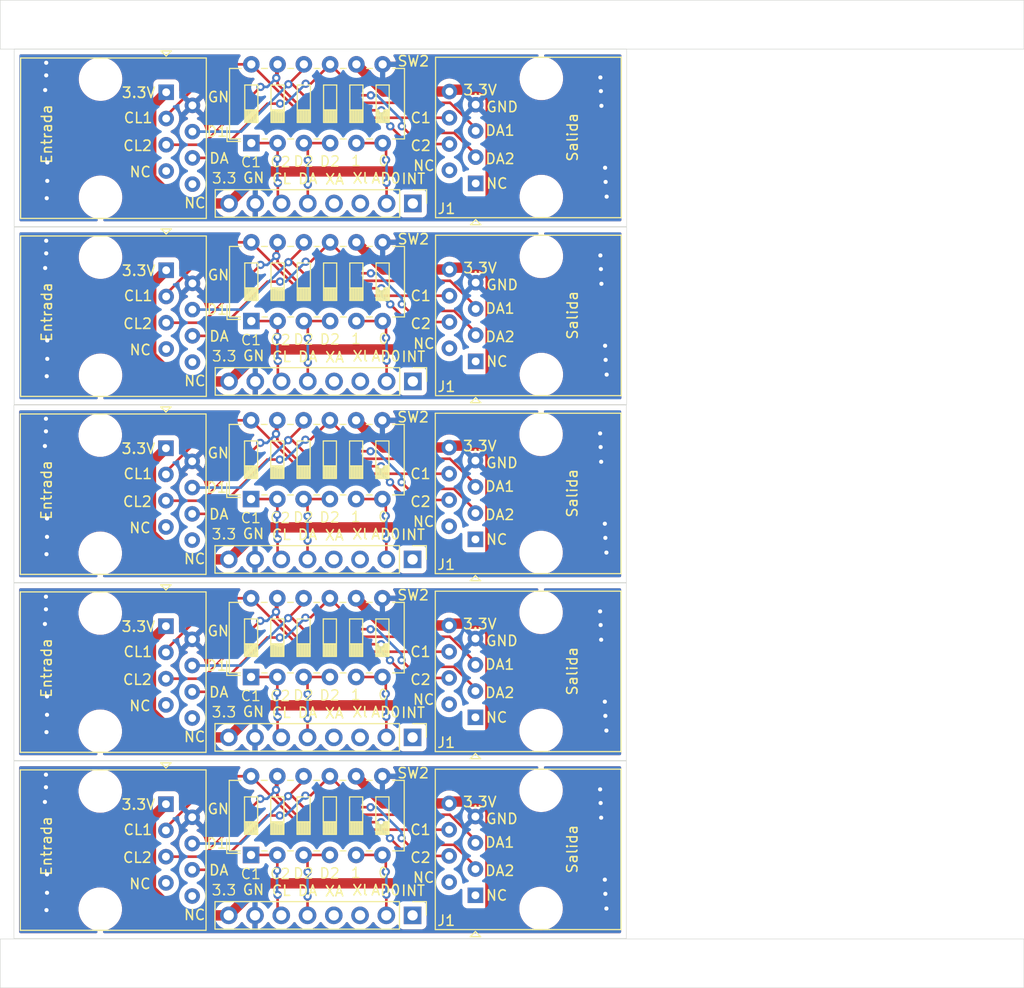
<source format=kicad_pcb>
(kicad_pcb (version 20211014) (generator pcbnew)
  (layers (0 "F.Cu" signal) (31 "B.Cu" signal) (34 "B.Paste" user) (35 "F.Paste" user) (36 "B.SilkS" user "B.Silkscreen") (37 "F.SilkS" user "F.Silkscreen") (38 "B.Mask" user) (39 "F.Mask" user) (44 "Edge.Cuts" user))
  (net 0 "")
  (net 1 "+3V3")
  (net 2 "GND")
  (net 3 "Net-(Entrada1-Pad3)")
  (net 4 "Net-(Entrada1-Pad4)")
  (net 5 "Net-(Entrada1-Pad5)")
  (net 6 "Net-(Entrada1-Pad6)")
  (net 10 "Net-(J1-Pad2)")
  (net 13 "Net-(J1-Pad5)")
  (net 14 "Net-(J1-Pad6)")
  (footprint "Button_Switch_THT:SW_DIP_SPSTx06_Slide_6.7x16.8mm_W7.62mm_P2.54mm_LowProfile" (layer "F.Cu") (at 84.5566 102.9208 90)
    (fp_text reference "SW2")
    (fp_text value "SW_DIP_x06")
  )
  (footprint "Connector_PinHeader_2.54mm:PinHeader_1x08_P2.54mm_Vertical" (layer "F.Cu") (at 100.202957 74.3204 -90)
    (fp_text reference "J1")
    (fp_text value "Conn_01x08_Female")
  )
  (footprint "Connector_RJ:RJ45_Amphenol_54602-x08_Horizontal" (layer "F.Cu") (at 76.3216 80.783283 -90)
    (fp_text reference "Entrada")
    (fp_text value "RJ45")
  )
  (footprint "Button_Switch_THT:SW_DIP_SPSTx06_Slide_6.7x16.8mm_W7.62mm_P2.54mm_LowProfile" (layer "F.Cu") (at 84.581957 68.4784 90)
    (fp_text reference "SW2")
    (fp_text value "SW_DIP_x06")
  )
  (footprint "Button_Switch_THT:SW_DIP_SPSTx06_Slide_6.7x16.8mm_W7.62mm_P2.54mm_LowProfile" (layer "F.Cu") (at 84.5566 120.142 90)
    (fp_text reference "SW2")
    (fp_text value "SW_DIP_x06")
  )
  (footprint "Connector_RJ:RJ45_Amphenol_54602-x08_Horizontal" (layer "F.Cu") (at 106.2536 89.602283 90)
    (fp_text reference "Salida")
    (fp_text value "RJ45")
  )
  (footprint "Connector_RJ:RJ45_Amphenol_54602-x08_Horizontal" (layer "F.Cu") (at 76.3216 115.2245 -90)
    (fp_text reference "Entrada")
    (fp_text value "RJ45")
  )
  (footprint "Connector_PinHeader_2.54mm:PinHeader_1x08_P2.54mm_Vertical" (layer "F.Cu") (at 100.1776 91.542783 -90)
    (fp_text reference "J1")
    (fp_text value "Conn_01x08_Female")
  )
  (footprint "Connector_RJ:RJ45_Amphenol_54602-x08_Horizontal" (layer "F.Cu") (at 76.346957 63.5609 -90)
    (fp_text reference "Entrada")
    (fp_text value "RJ45")
  )
  (footprint "Connector_RJ:RJ45_Amphenol_54602-x08_Horizontal" (layer "F.Cu") (at 76.3216 98.0033 -90)
    (fp_text reference "Entrada")
    (fp_text value "RJ45")
  )
  (footprint "Connector_PinHeader_2.54mm:PinHeader_1x08_P2.54mm_Vertical" (layer "F.Cu") (at 100.1776 108.7628 -90)
    (fp_text reference "J1")
    (fp_text value "Conn_01x08_Female")
  )
  (footprint "Connector_PinHeader_2.54mm:PinHeader_1x08_P2.54mm_Vertical" (layer "F.Cu") (at 100.1776 125.984 -90)
    (fp_text reference "J1")
    (fp_text value "Conn_01x08_Female")
  )
  (footprint "Connector_RJ:RJ45_Amphenol_54602-x08_Horizontal" (layer "F.Cu") (at 106.279 55.1587 90)
    (fp_text reference "Salida")
    (fp_text value "RJ45")
  )
  (footprint "Connector_RJ:RJ45_Amphenol_54602-x08_Horizontal" (layer "F.Cu") (at 106.2536 106.8223 90)
    (fp_text reference "Salida")
    (fp_text value "RJ45")
  )
  (footprint "Connector_RJ:RJ45_Amphenol_54602-x08_Horizontal" (layer "F.Cu") (at 106.2536 124.0435 90)
    (fp_text reference "Salida")
    (fp_text value "RJ45")
  )
  (footprint "Connector_RJ:RJ45_Amphenol_54602-x08_Horizontal" (layer "F.Cu") (at 76.347 46.3397 -90)
    (fp_text reference "Entrada")
    (fp_text value "RJ45")
  )
  (footprint "Button_Switch_THT:SW_DIP_SPSTx06_Slide_6.7x16.8mm_W7.62mm_P2.54mm_LowProfile" (layer "F.Cu") (at 84.5566 85.700783 90)
    (fp_text reference "SW2")
    (fp_text value "SW_DIP_x06")
  )
  (footprint "Connector_PinHeader_2.54mm:PinHeader_1x08_P2.54mm_Vertical" (layer "F.Cu") (at 100.203 57.0992 -90)
    (fp_text reference "J1")
    (fp_text value "Conn_01x08_Female")
  )
  (footprint "Button_Switch_THT:SW_DIP_SPSTx06_Slide_6.7x16.8mm_W7.62mm_P2.54mm_LowProfile" (layer "F.Cu") (at 84.582 51.2572 90)
    (fp_text reference "SW2")
    (fp_text value "SW_DIP_x06")
  )
  (footprint "Connector_RJ:RJ45_Amphenol_54602-x08_Horizontal" (layer "F.Cu") (at 106.278957 72.3799 90)
    (fp_text reference "Salida")
    (fp_text value "RJ45")
  )
  (gr_rect (start 61.645757 59.3852) (end 120.878557 76.5556) (layer "Edge.Cuts") (width 0.05) (fill none))
  (gr_rect (start 60.2996 37.4368) (end 159.2996 42.164) (layer "Edge.Cuts") (width 0.05) (fill none))
  (gr_rect (start 61.6204 111.0488) (end 120.8532 128.2192) (layer "Edge.Cuts") (width 0.05) (fill none))
  (gr_rect (start 61.6204 76.607583) (end 120.8532 93.777983) (layer "Edge.Cuts") (width 0.05) (fill none))
  (gr_rect (start 61.6204 93.8276) (end 120.8532 110.998) (layer "Edge.Cuts") (width 0.05) (fill none))
  (gr_rect (start 61.6458 42.164) (end 120.8786 59.3344) (layer "Edge.Cuts") (width 0.05) (fill none))
  (gr_rect (start 60.2996 128.27) (end 159.2996 132.9972) (layer "Edge.Cuts") (width 0.05) (fill none))
  (gr_text "D1\n" (at 81.2292 101.8032) (layer "F.SilkS") (effects (font (size 1 1))))
  (gr_text "AD0\n" (at 97.5868 123.5456) (layer "F.SilkS") (effects (font (size 1 1))))
  (gr_text "NC\n" (at 101.2444 87.885183) (layer "F.SilkS") (effects (font (size 1 1))))
  (gr_text "AD0\n" (at 97.5868 89.104383) (layer "F.SilkS") (effects (font (size 1 1))))
  (gr_text "D2\n" (at 89.6112 87.478783) (layer "F.SilkS") (effects (font (size 1 1) (thickness 0.125))))
  (gr_text "NC\n" (at 108.330957 72.39) (layer "F.SilkS") (effects (font (size 1 1))))
  (gr_text "DA\n" (at 90.0176 89.155183) (layer "F.SilkS") (effects (font (size 1 1))))
  (gr_text "CL1\n" (at 73.6346 48.8188) (layer "F.SilkS") (effects (font (size 1 1))))
  (gr_text "DA2\n" (at 108.635757 70.0024) (layer "F.SilkS") (effects (font (size 1 1))))
  (gr_text "CL1\n" (at 73.6092 100.4824) (layer "F.SilkS") (effects (font (size 1 1))))
  (gr_text "C1\n" (at 84.556557 70.3072) (layer "F.SilkS") (effects (font (size 1 1) (thickness 0.125))))
  (gr_text "D2\n" (at 92.1766 53.0352) (layer "F.SilkS") (effects (font (size 1 1) (thickness 0.125))))
  (gr_text "GND\n\n" (at 108.8136 83.008383) (layer "F.SilkS") (effects (font (size 1 1))))
  (gr_text "GND\n\n" (at 108.838957 65.786) (layer "F.SilkS") (effects (font (size 1 1))))
  (gr_text "C1\n" (at 100.9396 100.4824) (layer "F.SilkS") (effects (font (size 1 1))))
  (gr_text "3.3V\n" (at 106.68 80.569983) (layer "F.SilkS") (effects (font (size 1 1))))
  (gr_text "3.3V\n" (at 106.705357 63.3476) (layer "F.SilkS") (effects (font (size 1 1))))
  (gr_text "DA1\n" (at 108.6104 101.7016) (layer "F.SilkS") (effects (font (size 1 1))))
  (gr_text "3.3V\n" (at 106.7054 46.1264) (layer "F.SilkS") (effects (font (size 1 1))))
  (gr_text "DA\n" (at 90.0176 106.3752) (layer "F.SilkS") (effects (font (size 1 1))))
  (gr_text "NC\n" (at 73.8124 105.7148) (layer "F.SilkS") (effects (font (size 1 1))))
  (gr_text "D2\n" (at 92.176557 70.2564) (layer "F.SilkS") (effects (font (size 1 1) (thickness 0.125))))
  (gr_text "CL\n" (at 87.502957 71.9328) (layer "F.SilkS") (effects (font (size 1 1))))
  (gr_text "CL2\n" (at 73.5584 103.1748) (layer "F.SilkS") (effects (font (size 1 1))))
  (gr_text "GN\n\n" (at 84.7852 124.3076) (layer "F.SilkS") (effects (font (size 1 1))))
  (gr_text "CL2\n" (at 73.5584 120.396) (layer "F.SilkS") (effects (font (size 1 1))))
  (gr_text "GN\n\n" (at 84.8106 55.4228) (layer "F.SilkS") (effects (font (size 1 1))))
  (gr_text "CL1\n" (at 73.6092 83.262383) (layer "F.SilkS") (effects (font (size 1 1))))
  (gr_text "CL1\n" (at 73.634557 66.04) (layer "F.SilkS") (effects (font (size 1 1))))
  (gr_text "DA2\n" (at 108.6104 104.4448) (layer "F.SilkS") (effects (font (size 1 1))))
  (gr_text "NC\n" (at 101.2444 122.3264) (layer "F.SilkS") (effects (font (size 1 1))))
  (gr_text "1\n" (at 94.6912 104.648) (layer "F.SilkS") (effects (font (size 1 1) (thickness 0.125))))
  (gr_text "GN\n\n\n" (at 81.406957 65.6336) (layer "F.SilkS") (effects (font (size 1 1))))
  (gr_text "0\n" (at 97.358157 70.2056) (layer "F.SilkS") (effects (font (size 1 1) (thickness 0.125))))
  (gr_text "1\n" (at 94.6912 87.427983) (layer "F.SilkS") (effects (font (size 1 1) (thickness 0.125))))
  (gr_text "DA" (at 81.457757 69.9516) (layer "F.SilkS") (effects (font (size 1 1))))
  (gr_text "NC\n" (at 73.8124 122.936) (layer "F.SilkS") (effects (font (size 1 1))))
  (gr_text "D1\n" (at 81.2546 50.1396) (layer "F.SilkS") (effects (font (size 1 1))))
  (gr_text "3.3\n" (at 81.9404 123.5456) (layer "F.SilkS") (effects (font (size 1 1) (thickness 0.125))))
  (gr_text "C2\n" (at 87.376 104.7496) (layer "F.SilkS") (effects (font (size 1 1) (thickness 0.125))))
  (gr_text "GN\n\n" (at 84.7852 89.866383) (layer "F.SilkS") (effects (font (size 1 1))))
  (gr_text "INT\n" (at 100.2538 54.7116) (layer "F.SilkS") (effects (font (size 1 1))))
  (gr_text "NC\n" (at 101.2698 53.4416) (layer "F.SilkS") (effects (font (size 1 1))))
  (gr_text "D2\n" (at 92.1512 104.6988) (layer "F.SilkS") (effects (font (size 1 1) (thickness 0.125))))
  (gr_text "INT\n" (at 100.2284 106.3752) (layer "F.SilkS") (effects (font (size 1 1))))
  (gr_text "DA" (at 81.4324 87.173983) (layer "F.SilkS") (effects (font (size 1 1))))
  (gr_text "NC\n" (at 79.0956 108.712) (layer "F.SilkS") (effects (font (size 1 1))))
  (gr_text "C2\n" (at 100.9396 120.396) (layer "F.SilkS") (effects (font (size 1 1))))
  (gr_text "NC\n" (at 79.120957 74.2696) (layer "F.SilkS") (effects (font (size 1 1))))
  (gr_text "NC\n" (at 108.331 55.1688) (layer "F.SilkS") (effects (font (size 1 1))))
  (gr_text "Xl\n" (at 95.0976 89.104383) (layer "F.SilkS") (effects (font (size 1 1))))
  (gr_text "DA1\n" (at 108.6104 118.9228) (layer "F.SilkS") (effects (font (size 1 1))))
  (gr_text "NC\n" (at 108.3056 124.0536) (layer "F.SilkS") (effects (font (size 1 1))))
  (gr_text "GN\n\n" (at 84.7852 107.0864) (layer "F.SilkS") (effects (font (size 1 1))))
  (gr_text "CL\n" (at 87.4776 123.5964) (layer "F.SilkS") (effects (font (size 1 1))))
  (gr_text "0\n" (at 97.3328 121.8692) (layer "F.SilkS") (effects (font (size 1 1) (thickness 0.125))))
  (gr_text "CL\n" (at 87.4776 89.155183) (layer "F.SilkS") (effects (font (size 1 1))))
  (gr_text "C2\n" (at 87.4014 53.086) (layer "F.SilkS") (effects (font (size 1 1) (thickness 0.125))))
  (gr_text "0\n" (at 97.3582 52.9844) (layer "F.SilkS") (effects (font (size 1 1) (thickness 0.125))))
  (gr_text "D1\n" (at 81.254557 67.3608) (layer "F.SilkS") (effects (font (size 1 1))))
  (gr_text "NC\n" (at 73.8378 54.0512) (layer "F.SilkS") (effects (font (size 1 1))))
  (gr_text "GND\n\n" (at 108.8136 100.2284) (layer "F.SilkS") (effects (font (size 1 1))))
  (gr_text "D1\n" (at 81.2292 119.0244) (layer "F.SilkS") (effects (font (size 1 1))))
  (gr_text "DA" (at 81.4578 52.7304) (layer "F.SilkS") (effects (font (size 1 1))))
  (gr_text "3.3\n" (at 81.9658 54.6608) (layer "F.SilkS") (effects (font (size 1 1) (thickness 0.125))))
  (gr_text "NC\n" (at 73.8124 88.494783) (layer "F.SilkS") (effects (font (size 1 1))))
  (gr_text "XA" (at 92.6084 106.426) (layer "F.SilkS") (effects (font (size 1 1))))
  (gr_text "3.3\n" (at 81.9404 106.3244) (layer "F.SilkS") (effects (font (size 1 1) (thickness 0.125))))
  (gr_text "INT\n" (at 100.2284 123.5964) (layer "F.SilkS") (effects (font (size 1 1))))
  (gr_text "NC\n" (at 79.0956 125.9332) (layer "F.SilkS") (effects (font (size 1 1))))
  (gr_text "C2\n" (at 100.9396 85.954783) (layer "F.SilkS") (effects (font (size 1 1))))
  (gr_text "C2\n" (at 87.376 121.9708) (layer "F.SilkS") (effects (font (size 1 1) (thickness 0.125))))
  (gr_text "D2\n" (at 89.6366 53.0352) (layer "F.SilkS") (effects (font (size 1 1) (thickness 0.125))))
  (gr_text "3.3V\n" (at 73.685357 63.6016) (layer "F.SilkS") (effects (font (size 1 1))))
  (gr_text "CL1\n" (at 73.6092 117.7036) (layer "F.SilkS") (effects (font (size 1 1))))
  (gr_text "DA" (at 81.4324 121.6152) (layer "F.SilkS") (effects (font (size 1 1))))
  (gr_text "INT\n" (at 100.2284 89.155183) (layer "F.SilkS") (effects (font (size 1 1))))
  (gr_text "DA\n" (at 90.0176 123.5964) (layer "F.SilkS") (effects (font (size 1 1))))
  (gr_text "C2\n" (at 87.376 87.529583) (layer "F.SilkS") (effects (font (size 1 1) (thickness 0.125))))
  (gr_text "CL2\n" (at 73.583757 68.7324) (layer "F.SilkS") (effects (font (size 1 1))))
  (gr_text "NC\n" (at 79.0956 91.491983) (layer "F.SilkS") (effects (font (size 1 1))))
  (gr_text "GND\n\n" (at 108.839 48.5648) (layer "F.SilkS") (effects (font (size 1 1))))
  (gr_text "GN\n\n\n" (at 81.407 48.4124) (layer "F.SilkS") (effects (font (size 1 1))))
  (gr_text "AD0\n" (at 97.6122 54.6608) (layer "F.SilkS") (effects (font (size 1 1))))
  (gr_text "3.3V\n" (at 73.66 98.044) (layer "F.SilkS") (effects (font (size 1 1))))
  (gr_text "DA1\n" (at 108.6104 84.481583) (layer "F.SilkS") (effects (font (size 1 1))))
  (gr_text "3.3\n" (at 81.9404 89.104383) (layer "F.SilkS") (effects (font (size 1 1) (thickness 0.125))))
  (gr_text "3.3\n" (at 81.965757 71.882) (layer "F.SilkS") (effects (font (size 1 1) (thickness 0.125))))
  (gr_text "DA\n" (at 90.042957 71.9328) (layer "F.SilkS") (effects (font (size 1 1))))
  (gr_text "C2\n" (at 100.964957 68.7324) (layer "F.SilkS") (effects (font (size 1 1))))
  (gr_text "CL\n" (at 87.4776 106.3752) (layer "F.SilkS") (effects (font (size 1 1))))
  (gr_text "XA" (at 92.6338 54.7624) (layer "F.SilkS") (effects (font (size 1 1))))
  (gr_text "3.3V\n" (at 106.68 115.0112) (layer "F.SilkS") (effects (font (size 1 1))))
  (gr_text "C1\n" (at 84.5312 121.9708) (layer "F.SilkS") (effects (font (size 1 1) (thickness 0.125))))
  (gr_text "D2\n" (at 89.6112 104.6988) (layer "F.SilkS") (effects (font (size 1 1) (thickness 0.125))))
  (gr_text "C2\n" (at 100.9396 103.1748) (layer "F.SilkS") (effects (font (size 1 1))))
  (gr_text "0\n" (at 97.3328 104.648) (layer "F.SilkS") (effects (font (size 1 1) (thickness 0.125))))
  (gr_text "Xl\n" (at 95.0976 106.3244) (layer "F.SilkS") (effects (font (size 1 1))))
  (gr_text "GND\n\n" (at 108.8136 117.4496) (layer "F.SilkS") (effects (font (size 1 1))))
  (gr_text "1\n" (at 94.7166 52.9844) (layer "F.SilkS") (effects (font (size 1 1) (thickness 0.125))))
  (gr_text "NC\n" (at 101.2444 105.1052) (layer "F.SilkS") (effects (font (size 1 1))))
  (gr_text "Xl\n" (at 95.122957 71.882) (layer "F.SilkS") (effects (font (size 1 1))))
  (gr_text "AD0\n" (at 97.5868 106.3244) (layer "F.SilkS") (effects (font (size 1 1))))
  (gr_text "C1\n" (at 84.5566 53.086) (layer "F.SilkS") (effects (font (size 1 1) (thickness 0.125))))
  (gr_text "3.3V\n" (at 73.6854 46.3804) (layer "F.SilkS") (effects (font (size 1 1))))
  (gr_text "C1\n" (at 100.9396 117.7036) (layer "F.SilkS") (effects (font (size 1 1))))
  (gr_text "C2\n" (at 100.965 51.5112) (layer "F.SilkS") (effects (font (size 1 1))))
  (gr_text "XA" (at 92.6084 123.6472) (layer "F.SilkS") (effects (font (size 1 1))))
  (gr_text "DA2\n" (at 108.6104 121.666) (layer "F.SilkS") (effects (font (size 1 1))))
  (gr_text "NC\n" (at 108.3056 106.8324) (layer "F.SilkS") (effects (font (size 1 1))))
  (gr_text "DA1\n" (at 108.6358 50.038) (layer "F.SilkS") (effects (font (size 1 1))))
  (gr_text "GN\n\n" (at 84.810557 72.644) (layer "F.SilkS") (effects (font (size 1 1))))
  (gr_text "3.3V\n" (at 73.66 115.2652) (layer "F.SilkS") (effects (font (size 1 1))))
  (gr_text "NC\n" (at 101.269757 70.6628) (layer "F.SilkS") (effects (font (size 1 1))))
  (gr_text "1\n" (at 94.6912 121.8692) (layer "F.SilkS") (effects (font (size 1 1) (thickness 0.125))))
  (gr_text "DA\n" (at 90.043 54.7116) (layer "F.SilkS") (effects (font (size 1 1))))
  (gr_text "CL2\n" (at 73.5584 85.954783) (layer "F.SilkS") (effects (font (size 1 1))))
  (gr_text "Xl\n" (at 95.123 54.6608) (layer "F.SilkS") (effects (font (size 1 1))))
  (gr_text "D2\n" (at 92.1512 121.92) (layer "F.SilkS") (effects (font (size 1 1) (thickness 0.125))))
  (gr_text "AD0\n" (at 97.612157 71.882) (layer "F.SilkS") (effects (font (size 1 1))))
  (gr_text "0\n" (at 97.3328 87.427983) (layer "F.SilkS") (effects (font (size 1 1) (thickness 0.125))))
  (gr_text "3.3V\n" (at 106.68 97.79) (layer "F.SilkS") (effects (font (size 1 1))))
  (gr_text "GN\n\n\n" (at 81.3816 82.855983) (layer "F.SilkS") (effects (font (size 1 1))))
  (gr_text "D2\n" (at 89.636557 70.2564) (layer "F.SilkS") (effects (font (size 1 1) (thickness 0.125))))
  (gr_text "INT\n" (at 100.253757 71.9328) (layer "F.SilkS") (effects (font (size 1 1))))
  (gr_text "3.3V\n" (at 73.66 80.823983) (layer "F.SilkS") (effects (font (size 1 1))))
  (gr_text "C1\n" (at 84.5312 104.7496) (layer "F.SilkS") (effects (font (size 1 1) (thickness 0.125))))
  (gr_text "DA2\n" (at 108.6358 52.7812) (layer "F.SilkS") (effects (font (size 1 1))))
  (gr_text "C1\n" (at 100.9396 83.262383) (layer "F.SilkS") (effects (font (size 1 1))))
  (gr_text "DA2\n" (at 108.6104 87.224783) (layer "F.SilkS") (effects (font (size 1 1))))
  (gr_text "GN\n\n\n" (at 81.3816 100.076) (layer "F.SilkS") (effects (font (size 1 1))))
  (gr_text "CL\n" (at 87.503 54.7116) (layer "F.SilkS") (effects (font (size 1 1))))
  (gr_text "NC\n" (at 79.121 57.0484) (layer "F.SilkS") (effects (font (size 1 1))))
  (gr_text "DA" (at 81.4324 104.394) (layer "F.SilkS") (effects (font (size 1 1))))
  (gr_text "GN\n\n\n" (at 81.3816 117.2972) (layer "F.SilkS") (effects (font (size 1 1))))
  (gr_text "C1\n" (at 100.965 48.8188) (layer "F.SilkS") (effects (font (size 1 1))))
  (gr_text "D1\n" (at 81.2292 84.583183) (layer "F.SilkS") (effects (font (size 1 1))))
  (gr_text "NC\n" (at 108.3056 89.612383) (layer "F.SilkS") (effects (font (size 1 1))))
  (gr_text "C2\n" (at 87.401357 70.3072) (layer "F.SilkS") (effects (font (size 1 1) (thickness 0.125))))
  (gr_text "D2\n" (at 89.6112 121.92) (layer "F.SilkS") (effects (font (size 1 1) (thickness 0.125))))
  (gr_text "CL2\n" (at 73.5838 51.5112) (layer "F.SilkS") (effects (font (size 1 1))))
  (gr_text "NC\n" (at 73.837757 71.2724) (layer "F.SilkS") (effects (font (size 1 1))))
  (gr_text "C1\n" (at 84.5312 87.529583) (layer "F.SilkS") (effects (font (size 1 1) (thickness 0.125))))
  (gr_text "D2\n" (at 92.1512 87.478783) (layer "F.SilkS") (effects (font (size 1 1) (thickness 0.125))))
  (gr_text "XA" (at 92.6084 89.205983) (layer "F.SilkS") (effects (font (size 1 1))))
  (gr_text "Xl\n" (at 95.0976 123.5456) (layer "F.SilkS") (effects (font (size 1 1))))
  (gr_text "DA1\n" (at 108.635757 67.2592) (layer "F.SilkS") (effects (font (size 1 1))))
  (gr_text "1\n" (at 94.716557 70.2056) (layer "F.SilkS") (effects (font (size 1 1) (thickness 0.125))))
  (gr_text "XA" (at 92.633757 71.9836) (layer "F.SilkS") (effects (font (size 1 1))))
  (gr_text "C1\n" (at 100.964957 66.04) (layer "F.SilkS") (effects (font (size 1 1))))
  (segment (start 85.4964 122.8852) (end 100.838 122.8852) (width 1) (layer "F.Cu") (net 1))
  (segment (start 74.897489 54.602889) (end 77.3938 57.0992) (width 1) (layer "F.Cu") (net 1))
  (segment (start 103.9368 108.7628) (end 107.212122 108.7628) (width 1) (layer "F.Cu") (net 1))
  (segment (start 97.3735 46.2687) (end 94.742 43.6372) (width 1) (layer "F.Cu") (net 1))
  (segment (start 103.893111 114.973989) (end 103.7136 115.1535) (width 1) (layer "F.Cu") (net 1))
  (segment (start 74.872089 116.674011) (end 74.872089 123.487689) (width 1) (layer "F.Cu") (net 1))
  (segment (start 107.703111 91.051794) (end 107.703111 81.339094) (width 1) (layer "F.Cu") (net 1))
  (segment (start 97.3481 115.1535) (end 94.7166 112.522) (width 1) (layer "F.Cu") (net 1))
  (segment (start 82.422957 74.3204) (end 85.521757 71.2216) (width 1) (layer "F.Cu") (net 1))
  (segment (start 74.872089 99.452811) (end 74.872089 106.266489) (width 1) (layer "F.Cu") (net 1))
  (segment (start 106.896789 80.532772) (end 103.893111 80.532772) (width 1) (layer "F.Cu") (net 1))
  (segment (start 74.897446 71.824089) (end 77.393757 74.3204) (width 1) (layer "F.Cu") (net 1))
  (segment (start 77.3684 108.7628) (end 82.3976 108.7628) (width 1) (layer "F.Cu") (net 1))
  (segment (start 74.872089 89.046472) (end 77.3684 91.542783) (width 1) (layer "F.Cu") (net 1))
  (segment (start 103.9368 91.542783) (end 107.212122 91.542783) (width 1) (layer "F.Cu") (net 1))
  (segment (start 76.3216 98.0033) (end 74.872089 99.452811) (width 1) (layer "F.Cu") (net 1))
  (segment (start 100.838 88.443983) (end 103.9368 91.542783) (width 1) (layer "F.Cu") (net 1))
  (segment (start 85.4964 105.664) (end 100.838 105.664) (width 1) (layer "F.Cu") (net 1))
  (segment (start 85.4964 88.443983) (end 100.838 88.443983) (width 1) (layer "F.Cu") (net 1))
  (segment (start 74.897489 47.789211) (end 74.897489 54.602889) (width 1) (layer "F.Cu") (net 1))
  (segment (start 106.896789 97.752789) (end 103.893111 97.752789) (width 1) (layer "F.Cu") (net 1))
  (segment (start 107.703111 98.559111) (end 106.896789 97.752789) (width 1) (layer "F.Cu") (net 1))
  (segment (start 107.703111 108.271811) (end 107.703111 98.559111) (width 1) (layer "F.Cu") (net 1))
  (segment (start 82.3976 108.7628) (end 85.4964 105.664) (width 1) (layer "F.Cu") (net 1))
  (segment (start 85.5218 54.0004) (end 100.8634 54.0004) (width 1) (layer "F.Cu") (net 1))
  (segment (start 74.872089 123.487689) (end 77.3684 125.984) (width 1) (layer "F.Cu") (net 1))
  (segment (start 103.739 46.2687) (end 97.3735 46.2687) (width 1) (layer "F.Cu") (net 1))
  (segment (start 107.728468 64.116711) (end 106.922146 63.310389) (width 1) (layer "F.Cu") (net 1))
  (segment (start 100.838 122.8852) (end 103.9368 125.984) (width 1) (layer "F.Cu") (net 1))
  (segment (start 82.3976 91.542783) (end 85.4964 88.443983) (width 1) (layer "F.Cu") (net 1))
  (segment (start 77.393757 74.3204) (end 82.422957 74.3204) (width 1) (layer "F.Cu") (net 1))
  (segment (start 76.346957 63.5609) (end 74.897446 65.010411) (width 1) (layer "F.Cu") (net 1))
  (segment (start 103.7136 80.712283) (end 97.3481 80.712283) (width 1) (layer "F.Cu") (net 1))
  (segment (start 107.212122 91.542783) (end 107.703111 91.051794) (width 1) (layer "F.Cu") (net 1))
  (segment (start 107.237522 57.0992) (end 107.728511 56.608211) (width 1) (layer "F.Cu") (net 1))
  (segment (start 103.738957 63.4899) (end 97.373457 63.4899) (width 1) (layer "F.Cu") (net 1))
  (segment (start 76.3216 80.783283) (end 74.872089 82.232794) (width 1) (layer "F.Cu") (net 1))
  (segment (start 74.872089 82.232794) (end 74.872089 89.046472) (width 1) (layer "F.Cu") (net 1))
  (segment (start 107.703111 81.339094) (end 106.896789 80.532772) (width 1) (layer "F.Cu") (net 1))
  (segment (start 103.893111 97.752789) (end 103.7136 97.9323) (width 1) (layer "F.Cu") (net 1))
  (segment (start 106.922146 63.310389) (end 103.918468 63.310389) (width 1) (layer "F.Cu") (net 1))
  (segment (start 103.962157 74.3204) (end 107.237479 74.3204) (width 1) (layer "F.Cu") (net 1))
  (segment (start 107.728468 73.829411) (end 107.728468 64.116711) (width 1) (layer "F.Cu") (net 1))
  (segment (start 100.863357 71.2216) (end 103.962157 74.3204) (width 1) (layer "F.Cu") (net 1))
  (segment (start 100.838 105.664) (end 103.9368 108.7628) (width 1) (layer "F.Cu") (net 1))
  (segment (start 85.521757 71.2216) (end 100.863357 71.2216) (width 1) (layer "F.Cu") (net 1))
  (segment (start 77.3684 125.984) (end 82.3976 125.984) (width 1) (layer "F.Cu") (net 1))
  (segment (start 82.423 57.0992) (end 85.5218 54.0004) (width 1) (layer "F.Cu") (net 1))
  (segment (start 76.347 46.3397) (end 74.897489 47.789211) (width 1) (layer "F.Cu") (net 1))
  (segment (start 107.728511 56.608211) (end 107.728511 46.895511) (width 1) (layer "F.Cu") (net 1))
  (segment (start 103.918468 63.310389) (end 103.738957 63.4899) (width 1) (layer "F.Cu") (net 1))
  (segment (start 100.8634 54.0004) (end 103.9622 57.0992) (width 1) (layer "F.Cu") (net 1))
  (segment (start 103.7136 97.9323) (end 97.3481 97.9323) (width 1) (layer "F.Cu") (net 1))
  (segment (start 74.872089 106.266489) (end 77.3684 108.7628) (width 1) (layer "F.Cu") (net 1))
  (segment (start 107.703111 115.780311) (end 106.896789 114.973989) (width 1) (layer "F.Cu") (net 1))
  (segment (start 77.3684 91.542783) (end 82.3976 91.542783) (width 1) (layer "F.Cu") (net 1))
  (segment (start 107.728511 46.895511) (end 106.922189 46.089189) (width 1) (layer "F.Cu") (net 1))
  (segment (start 103.9368 125.984) (end 107.212122 125.984) (width 1) (layer "F.Cu") (net 1))
  (segment (start 106.922189 46.089189) (end 103.918511 46.089189) (width 1) (layer "F.Cu") (net 1))
  (segment (start 106.896789 114.973989) (end 103.893111 114.973989) (width 1) (layer "F.Cu") (net 1))
  (segment (start 74.897446 65.010411) (end 74.897446 71.824089) (width 1) (layer "F.Cu") (net 1))
  (segment (start 103.918511 46.089189) (end 103.739 46.2687) (width 1) (layer "F.Cu") (net 1))
  (segment (start 97.3481 97.9323) (end 94.7166 95.3008) (width 1) (layer "F.Cu") (net 1))
  (segment (start 97.373457 63.4899) (end 94.741957 60.8584) (width 1) (layer "F.Cu") (net 1))
  (segment (start 76.3216 115.2245) (end 74.872089 116.674011) (width 1) (layer "F.Cu") (net 1))
  (segment (start 107.703111 125.493011) (end 107.703111 115.780311) (width 1) (layer "F.Cu") (net 1))
  (segment (start 97.3481 80.712283) (end 94.7166 78.080783) (width 1) (layer "F.Cu") (net 1))
  (segment (start 77.3938 57.0992) (end 82.423 57.0992) (width 1) (layer "F.Cu") (net 1))
  (segment (start 107.237479 74.3204) (end 107.728468 73.829411) (width 1) (layer "F.Cu") (net 1))
  (segment (start 103.893111 80.532772) (end 103.7136 80.712283) (width 1) (layer "F.Cu") (net 1))
  (segment (start 107.212122 125.984) (end 107.703111 125.493011) (width 1) (layer "F.Cu") (net 1))
  (segment (start 103.9622 57.0992) (end 107.237522 57.0992) (width 1) (layer "F.Cu") (net 1))
  (segment (start 107.212122 108.7628) (end 107.703111 108.271811) (width 1) (layer "F.Cu") (net 1))
  (segment (start 103.7136 115.1535) (end 97.3481 115.1535) (width 1) (layer "F.Cu") (net 1))
  (segment (start 82.3976 125.984) (end 85.4964 122.8852) (width 1) (layer "F.Cu") (net 1))
  (via (at 64.6176 115.0112) (size 0.8) (drill 0.4) (layers "F.Cu" "B.Cu") (net 2))
  (via (at 64.7192 79.147583) (size 0.8) (drill 0.4) (layers "F.Cu" "B.Cu") (net 2))
  (via (at 118.9228 90.882383) (size 0.8) (drill 0.4) (layers "F.Cu" "B.Cu") (net 2))
  (via (at 64.8208 122.0216) (size 0.8) (drill 0.4) (layers "F.Cu" "B.Cu") (net 2))
  (via (at 64.8208 87.580383) (size 0.8) (drill 0.4) (layers "F.Cu" "B.Cu") (net 2))
  (via (at 64.7192 112.3696) (size 0.8) (drill 0.4) (layers "F.Cu" "B.Cu") (net 2))
  (via (at 118.846557 72.2376) (size 0.8) (drill 0.4) (layers "F.Cu" "B.Cu") (net 2))
  (via (at 118.3132 79.350783) (size 0.8) (drill 0.4) (layers "F.Cu" "B.Cu") (net 2))
  (via (at 118.338557 62.1284) (size 0.8) (drill 0.4) (layers "F.Cu" "B.Cu") (net 2))
  (via (at 64.8208 104.8004) (size 0.8) (drill 0.4) (layers "F.Cu" "B.Cu") (net 2))
  (via (at 64.846157 70.358) (size 0.8) (drill 0.4) (layers "F.Cu" "B.Cu") (net 2))
  (via (at 118.364 80.671583) (size 0.8) (drill 0.4) (layers "F.Cu" "B.Cu") (net 2))
  (via (at 118.9482 56.4388) (size 0.8) (drill 0.4) (layers "F.Cu" "B.Cu") (net 2))
  (via (at 64.8462 53.1368) (size 0.8) (drill 0.4) (layers "F.Cu" "B.Cu") (net 2))
  (via (at 64.77 108.2548) (size 0.8) (drill 0.4) (layers "F.Cu" "B.Cu") (net 2))
  (via (at 64.744557 61.9252) (size 0.8) (drill 0.4) (layers "F.Cu" "B.Cu") (net 2))
  (via (at 118.7704 88.088383) (size 0.8) (drill 0.4) (layers "F.Cu" "B.Cu") (net 2))
  (via (at 118.4402 47.6504) (size 0.8) (drill 0.4) (layers "F.Cu" "B.Cu") (net 2))
  (via (at 64.77 125.476) (size 0.8) (drill 0.4) (layers "F.Cu" "B.Cu") (net 2))
  (via (at 118.795757 70.866) (size 0.8) (drill 0.4) (layers "F.Cu" "B.Cu") (net 2))
  (via (at 118.8466 55.0164) (size 0.8) (drill 0.4) (layers "F.Cu" "B.Cu") (net 2))
  (via (at 64.7192 113.5888) (size 0.8) (drill 0.4) (layers "F.Cu" "B.Cu") (net 2))
  (via (at 64.6176 97.79) (size 0.8) (drill 0.4) (layers "F.Cu" "B.Cu") (net 2))
  (via (at 64.8462 54.9148) (size 0.8) (drill 0.4) (layers "F.Cu" "B.Cu") (net 2))
  (via (at 118.9228 125.3236) (size 0.8) (drill 0.4) (layers "F.Cu" "B.Cu") (net 2))
  (via (at 64.643 46.1264) (size 0.8) (drill 0.4) (layers "F.Cu" "B.Cu") (net 2))
  (via (at 64.7446 43.4848) (size 0.8) (drill 0.4) (layers "F.Cu" "B.Cu") (net 2))
  (via (at 64.7192 77.928383) (size 0.8) (drill 0.4) (layers "F.Cu" "B.Cu") (net 2))
  (via (at 118.8212 106.68) (size 0.8) (drill 0.4) (layers "F.Cu" "B.Cu") (net 2))
  (via (at 118.364 97.8916) (size 0.8) (drill 0.4) (layers "F.Cu" "B.Cu") (net 2))
  (via (at 118.3132 96.5708) (size 0.8) (drill 0.4) (layers "F.Cu" "B.Cu") (net 2))
  (via (at 64.6176 80.569983) (size 0.8) (drill 0.4) (layers "F.Cu" "B.Cu") (net 2))
  (via (at 118.7958 53.6448) (size 0.8) (drill 0.4) (layers "F.Cu" "B.Cu") (net 2))
  (via (at 118.948157 73.66) (size 0.8) (drill 0.4) (layers "F.Cu" "B.Cu") (net 2))
  (via (at 118.4148 116.5352) (size 0.8) (drill 0.4) (layers "F.Cu" "B.Cu") (net 2))
  (via (at 118.8212 89.459983) (size 0.8) (drill 0.4) (layers "F.Cu" "B.Cu") (net 2))
  (via (at 118.7704 105.3084) (size 0.8) (drill 0.4) (layers "F.Cu" "B.Cu") (net 2))
  (via (at 118.8212 123.9012) (size 0.8) (drill 0.4) (layers "F.Cu" "B.Cu") (net 2))
  (via (at 118.9228 108.1024) (size 0.8) (drill 0.4) (layers "F.Cu" "B.Cu") (net 2))
  (via (at 64.77 91.034783) (size 0.8) (drill 0.4) (layers "F.Cu" "B.Cu") (net 2))
  (via (at 64.642957 63.3476) (size 0.8) (drill 0.4) (layers "F.Cu" "B.Cu") (net 2))
  (via (at 118.7704 122.5296) (size 0.8) (drill 0.4) (layers "F.Cu" "B.Cu") (net 2))
  (via (at 118.389357 63.4492) (size 0.8) (drill 0.4) (layers "F.Cu" "B.Cu") (net 2))
  (via (at 64.7446 44.704) (size 0.8) (drill 0.4) (layers "F.Cu" "B.Cu") (net 2))
  (via (at 64.7192 96.3676) (size 0.8) (drill 0.4) (layers "F.Cu" "B.Cu") (net 2))
  (via (at 64.795357 73.8124) (size 0.8) (drill 0.4) (layers "F.Cu" "B.Cu") (net 2))
  (via (at 64.7954 56.5912) (size 0.8) (drill 0.4) (layers "F.Cu" "B.Cu") (net 2))
  (via (at 64.7192 95.1484) (size 0.8) (drill 0.4) (layers "F.Cu" "B.Cu") (net 2))
  (via (at 118.4148 82.093983) (size 0.8) (drill 0.4) (layers "F.Cu" "B.Cu") (net 2))
  (via (at 118.440157 64.8716) (size 0.8) (drill 0.4) (layers "F.Cu" "B.Cu") (net 2))
  (via (at 64.846157 72.136) (size 0.8) (drill 0.4) (layers "F.Cu" "B.Cu") (net 2))
  (via (at 118.3132 113.792) (size 0.8) (drill 0.4) (layers "F.Cu" "B.Cu") (net 2))
  (via (at 118.364 115.1128) (size 0.8) (drill 0.4) (layers "F.Cu" "B.Cu") (net 2))
  (via (at 64.744557 60.706) (size 0.8) (drill 0.4) (layers "F.Cu" "B.Cu") (net 2))
  (via (at 64.8208 106.5784) (size 0.8) (drill 0.4) (layers "F.Cu" "B.Cu") (net 2))
  (via (at 64.8208 123.7996) (size 0.8) (drill 0.4) (layers "F.Cu" "B.Cu") (net 2))
  (via (at 64.8208 89.358383) (size 0.8) (drill 0.4) (layers "F.Cu" "B.Cu") (net 2))
  (via (at 118.4148 99.314) (size 0.8) (drill 0.4) (layers "F.Cu" "B.Cu") (net 2))
  (via (at 118.3894 46.228) (size 0.8) (drill 0.4) (layers "F.Cu" "B.Cu") (net 2))
  (via (at 118.3386 44.9072) (size 0.8) (drill 0.4) (layers "F.Cu" "B.Cu") (net 2))
  (segment (start 89.7535 48.8087) (end 103.739 48.8087) (width 0.25) (layer "F.Cu") (net 3))
  (segment (start 76.3216 83.073694) (end 81.314511 78.080783) (width 0.25) (layer "F.Cu") (net 3))
  (segment (start 81.339868 60.8584) (end 84.581957 60.8584) (width 0.25) (layer "F.Cu") (net 3))
  (segment (start 81.314511 78.080783) (end 84.5566 78.080783) (width 0.25) (layer "F.Cu") (net 3))
  (segment (start 84.5566 78.080783) (end 89.7281 83.252283) (width 0.25) (layer "F.Cu") (net 3))
  (segment (start 76.3216 100.5433) (end 76.3216 100.293711) (width 0.25) (layer "F.Cu") (net 3))
  (segment (start 76.346957 66.1009) (end 76.346957 65.851311) (width 0.25) (layer "F.Cu") (net 3))
  (segment (start 81.339911 43.6372) (end 84.582 43.6372) (width 0.25) (layer "F.Cu") (net 3))
  (segment (start 89.7281 83.252283) (end 103.7136 83.252283) (width 0.25) (layer "F.Cu") (net 3))
  (segment (start 76.3216 117.514911) (end 81.314511 112.522) (width 0.25) (layer "F.Cu") (net 3))
  (segment (start 89.7281 117.6935) (end 103.7136 117.6935) (width 0.25) (layer "F.Cu") (net 3))
  (segment (start 76.347 48.630111) (end 81.339911 43.6372) (width 0.25) (layer "F.Cu") (net 3))
  (segment (start 84.5566 112.522) (end 89.7281 117.6935) (width 0.25) (layer "F.Cu") (net 3))
  (segment (start 81.314511 95.3008) (end 84.5566 95.3008) (width 0.25) (layer "F.Cu") (net 3))
  (segment (start 76.3216 100.293711) (end 81.314511 95.3008) (width 0.25) (layer "F.Cu") (net 3))
  (segment (start 81.314511 112.522) (end 84.5566 112.522) (width 0.25) (layer "F.Cu") (net 3))
  (segment (start 84.581957 60.8584) (end 89.753457 66.0299) (width 0.25) (layer "F.Cu") (net 3))
  (segment (start 76.347 48.8797) (end 76.347 48.630111) (width 0.25) (layer "F.Cu") (net 3))
  (segment (start 76.3216 83.323283) (end 76.3216 83.073694) (width 0.25) (layer "F.Cu") (net 3))
  (segment (start 84.582 43.6372) (end 89.7535 48.8087) (width 0.25) (layer "F.Cu") (net 3))
  (segment (start 76.346957 65.851311) (end 81.339868 60.8584) (width 0.25) (layer "F.Cu") (net 3))
  (segment (start 89.753457 66.0299) (end 103.738957 66.0299) (width 0.25) (layer "F.Cu") (net 3))
  (segment (start 89.7281 100.4723) (end 103.7136 100.4723) (width 0.25) (layer "F.Cu") (net 3))
  (segment (start 76.3216 117.7645) (end 76.3216 117.514911) (width 0.25) (layer "F.Cu") (net 3))
  (segment (start 84.5566 95.3008) (end 89.7281 100.4723) (width 0.25) (layer "F.Cu") (net 3))
  (segment (start 89.6366 95.7326) (end 89.6366 95.3008) (width 0.25) (layer "F.Cu") (net 4))
  (segment (start 88.168015 62.784142) (end 89.661957 61.2902) (width 0.25) (layer "F.Cu") (net 4))
  (segment (start 90.359111 81.803272) (end 103.784178 81.803272) (width 0.25) (layer "F.Cu") (net 4))
  (segment (start 106.279 49.829111) (end 106.279 50.0787) (width 0.25) (layer "F.Cu") (net 4))
  (segment (start 103.809535 64.580889) (end 106.278957 67.050311) (width 0.25) (layer "F.Cu") (net 4))
  (segment (start 89.6366 112.9538) (end 89.6366 112.522) (width 0.25) (layer "F.Cu") (net 4))
  (segment (start 88.168058 45.562942) (end 89.662 44.069) (width 0.25) (layer "F.Cu") (net 4))
  (segment (start 90.359111 116.244489) (end 103.784178 116.244489) (width 0.25) (layer "F.Cu") (net 4))
  (segment (start 90.384468 64.580889) (end 103.809535 64.580889) (width 0.25) (layer "F.Cu") (net 4))
  (segment (start 88.142658 80.006525) (end 88.539742 80.006525) (width 0.25) (layer "F.Cu") (net 4))
  (segment (start 88.539742 114.447742) (end 90.3224 116.2304) (width 0.25) (layer "F.Cu") (net 4))
  (segment (start 88.142658 80.006525) (end 89.6366 78.512583) (width 0.25) (layer "F.Cu") (net 4))
  (segment (start 88.168015 62.784142) (end 88.565099 62.784142) (width 0.25) (layer "F.Cu") (net 4))
  (segment (start 88.142658 97.226542) (end 88.539742 97.226542) (width 0.25) (layer "F.Cu") (net 4))
  (segment (start 106.2536 118.713911) (end 106.2536 118.9635) (width 0.25) (layer "F.Cu") (net 4))
  (segment (start 103.784178 99.023289) (end 106.2536 101.492711) (width 0.25) (layer "F.Cu") (net 4))
  (segment (start 88.142658 97.226542) (end 89.6366 95.7326) (width 0.25) (layer "F.Cu") (net 4))
  (segment (start 88.142658 114.447742) (end 88.539742 114.447742) (width 0.25) (layer "F.Cu") (net 4))
  (segment (start 88.565099 62.784142) (end 90.347757 64.5668) (width 0.25) (layer "F.Cu") (net 4))
  (segment (start 89.661957 61.2902) (end 89.661957 60.8584) (width 0.25) (layer "F.Cu") (net 4))
  (segment (start 106.278957 67.050311) (end 106.278957 67.2999) (width 0.25) (layer "F.Cu") (net 4))
  (segment (start 103.784178 81.803272) (end 106.2536 84.272694) (width 0.25) (layer "F.Cu") (net 4))
  (segment (start 106.2536 101.492711) (end 106.2536 101.7423) (width 0.25) (layer "F.Cu") (net 4))
  (segment (start 103.809578 47.359689) (end 106.279 49.829111) (width 0.25) (layer "F.Cu") (net 4))
  (segment (start 106.2536 84.272694) (end 106.2536 84.522283) (width 0.25) (layer "F.Cu") (net 4))
  (segment (start 88.539742 97.226542) (end 90.3224 99.0092) (width 0.25) (layer "F.Cu") (net 4))
  (segment (start 88.142658 114.447742) (end 89.6366 112.9538) (width 0.25) (layer "F.Cu") (net 4))
  (segment (start 89.662 44.069) (end 89.662 43.6372) (width 0.25) (layer "F.Cu") (net 4))
  (segment (start 88.168058 45.562942) (end 88.565142 45.562942) (width 0.25) (layer "F.Cu") (net 4))
  (segment (start 89.6366 78.512583) (end 89.6366 78.080783) (width 0.25) (layer "F.Cu") (net 4))
  (segment (start 103.784178 116.244489) (end 106.2536 118.713911) (width 0.25) (layer "F.Cu") (net 4))
  (segment (start 90.384511 47.359689) (end 103.809578 47.359689) (width 0.25) (layer "F.Cu") (net 4))
  (segment (start 90.359111 99.023289) (end 103.784178 99.023289) (width 0.25) (layer "F.Cu") (net 4))
  (segment (start 88.565142 45.562942) (end 90.3478 47.3456) (width 0.25) (layer "F.Cu") (net 4))
  (segment (start 88.539742 80.006525) (end 90.3224 81.789183) (width 0.25) (layer "F.Cu") (net 4))
  (via (at 88.168058 45.562942) (size 0.8) (drill 0.4) (layers "F.Cu" "B.Cu") (net 4))
  (via (at 88.168015 62.784142) (size 0.8) (drill 0.4) (layers "F.Cu" "B.Cu") (net 4))
  (via (at 88.142658 114.447742) (size 0.8) (drill 0.4) (layers "F.Cu" "B.Cu") (net 4))
  (via (at 88.142658 80.006525) (size 0.8) (drill 0.4) (layers "F.Cu" "B.Cu") (net 4))
  (via (at 88.142658 97.226542) (size 0.8) (drill 0.4) (layers "F.Cu" "B.Cu") (net 4))
  (segment (start 83.5559 119.0345) (end 88.142658 114.447742) (width 0.25) (layer "B.Cu") (net 4))
  (segment (start 83.581257 67.3709) (end 88.168015 62.784142) (width 0.25) (layer "B.Cu") (net 4))
  (segment (start 83.5559 101.8133) (end 88.142658 97.226542) (width 0.25) (layer "B.Cu") (net 4))
  (segment (start 83.5559 84.593283) (end 88.142658 80.006525) (width 0.25) (layer "B.Cu") (net 4))
  (segment (start 78.8616 119.0345) (end 83.5559 119.0345) (width 0.25) (layer "B.Cu") (net 4))
  (segment (start 78.886957 67.3709) (end 83.581257 67.3709) (width 0.25) (layer "B.Cu") (net 4))
  (segment (start 83.5813 50.1497) (end 88.168058 45.562942) (width 0.25) (layer "B.Cu") (net 4))
  (segment (start 78.8616 101.8133) (end 83.5559 101.8133) (width 0.25) (layer "B.Cu") (net 4))
  (segment (start 78.8616 84.593283) (end 83.5559 84.593283) (width 0.25) (layer "B.Cu") (net 4))
  (segment (start 78.887 50.1497) (end 83.5813 50.1497) (width 0.25) (layer "B.Cu") (net 4))
  (segment (start 86.9696 78.207783) (end 87.0966 78.080783) (width 0.25) (layer "F.Cu") (net 5))
  (segment (start 99.7357 51.3487) (end 103.739 51.3487) (width 0.25) (layer "F.Cu") (net 5))
  (segment (start 89.913957 65.3054) (end 97.154957 65.3054) (width 0.25) (layer "F.Cu") (net 5))
  (segment (start 89.636959 82.525424) (end 89.840159 82.525424) (width 0.25) (layer "F.Cu") (net 5))
  (segment (start 86.9696 112.649) (end 87.0966 112.522) (width 0.25) (layer "F.Cu") (net 5))
  (segment (start 87.0966 79.985065) (end 89.636959 82.525424) (width 0.25) (layer "F.Cu") (net 5))
  (segment (start 89.662316 65.303041) (end 89.865516 65.303041) (width 0.25) (layer "F.Cu") (net 5))
  (segment (start 97.9932 101.2952) (end 99.7103 103.0123) (width 0.25) (layer "F.Cu") (net 5))
  (segment (start 87.122 43.6372) (end 87.122 45.541482) (width 0.25) (layer "F.Cu") (net 5))
  (segment (start 89.636959 99.745441) (end 89.840159 99.745441) (width 0.25) (layer "F.Cu") (net 5))
  (segment (start 89.914 48.0842) (end 97.155 48.0842) (width 0.25) (layer "F.Cu") (net 5))
  (segment (start 98.018557 66.8528) (end 99.735657 68.5699) (width 0.25) (layer "F.Cu") (net 5))
  (segment (start 99.7103 120.2335) (end 103.7136 120.2335) (width 0.25) (layer "F.Cu") (net 5))
  (segment (start 79.8475 85.863283) (end 85.4456 80.265183) (width 0.25) (layer "F.Cu") (net 5))
  (segment (start 87.0966 112.522) (end 87.0966 114.426282) (width 0.25) (layer "F.Cu") (net 5))
  (segment (start 97.9932 118.5164) (end 99.7103 120.2335) (width 0.25) (layer "F.Cu") (net 5))
  (segment (start 86.9696 79.401583) (end 86.9696 78.207783) (width 0.25) (layer "F.Cu") (net 5))
  (segment (start 86.994957 62.1792) (end 86.994957 60.9854) (width 0.25) (layer "F.Cu") (net 5))
  (segment (start 99.7103 85.792283) (end 103.7136 85.792283) (width 0.25) (layer "F.Cu") (net 5))
  (segment (start 89.662359 48.081841) (end 89.865559 48.081841) (width 0.25) (layer "F.Cu") (net 5))
  (segment (start 79.8475 103.0833) (end 85.4456 97.4852) (width 0.25) (layer "F.Cu") (net 5))
  (segment (start 86.994957 60.9854) (end 87.121957 60.8584) (width 0.25) (layer "F.Cu") (net 5))
  (segment (start 87.0966 114.426282) (end 89.636959 116.966641) (width 0.25) (layer "F.Cu") (net 5))
  (segment (start 89.8886 99.7478) (end 97.1296 99.7478) (width 0.25) (layer "F.Cu") (net 5))
  (segment (start 87.121957 60.8584) (end 87.121957 62.762682) (width 0.25) (layer "F.Cu") (net 5))
  (segment (start 76.3216 85.863283) (end 79.8475 85.863283) (width 0.25) (layer "F.Cu") (net 5))
  (segment (start 86.995 43.7642) (end 87.122 43.6372) (width 0.25) (layer "F.Cu") (net 5))
  (segment (start 79.872857 68.6409) (end 85.470957 63.0428) (width 0.25) (layer "F.Cu") (net 5))
  (segment (start 76.3216 120.3045) (end 79.8475 120.3045) (width 0.25) (layer "F.Cu") (net 5))
  (segment (start 89.8886 82.527783) (end 97.1296 82.527783) (width 0.25) (layer "F.Cu") (net 5))
  (segment (start 87.121957 62.762682) (end 89.662316 65.303041) (width 0.25) (layer "F.Cu") (net 5))
  (segment (start 79.8729 51.4197) (end 85.471 45.8216) (width 0.25) (layer "F.Cu") (net 5))
  (segment (start 89.636959 116.966641) (end 89.840159 116.966641) (width 0.25) (layer "F.Cu") (net 5))
  (segment (start 86.9696 113.8428) (end 86.9696 112.649) (width 0.25) (layer "F.Cu") (net 5))
  (segment (start 86.9696 96.6216) (end 86.9696 95.4278) (width 0.25) (layer "F.Cu") (net 5))
  (segment (start 76.347 51.4197) (end 79.8729 51.4197) (width 0.25) (layer "F.Cu") (net 5))
  (segment (start 99.735657 68.5699) (end 103.738957 68.5699) (width 0.25) (layer "F.Cu") (net 5))
  (segment (start 86.995 44.958) (end 86.995 43.7642) (width 0.25) (layer "F.Cu") (net 5))
  (segment (start 99.7103 103.0123) (end 103.7136 103.0123) (width 0.25) (layer "F.Cu") (net 5))
  (segment (start 97.9932 84.075183) (end 99.7103 85.792283) (width 0.25) (layer "F.Cu") (net 5))
  (segment (start 98.0186 49.6316) (end 99.7357 51.3487) (width 0.25) (layer "F.Cu") (net 5))
  (segment (start 79.8475 120.3045) (end 85.4456 114.7064) (width 0.25) (layer "F.Cu") (net 5))
  (segment (start 89.8886 116.969) (end 97.1296 116.969) (width 0.25) (layer "F.Cu") (net 5))
  (segment (start 76.346957 68.6409) (end 79.872857 68.6409) (width 0.25) (layer "F.Cu") (net 5))
  (segment (start 87.0966 95.3008) (end 87.0966 97.205082) (width 0.25) (layer "F.Cu") (net 5))
  (segment (start 76.3216 103.0833) (end 79.8475 103.0833) (width 0.25) (layer "F.Cu") (net 5))
  (segment (start 87.0966 97.205082) (end 89.636959 99.745441) (width 0.25) (layer "F.Cu") (net 5))
  (segment (start 87.0966 78.080783) (end 87.0966 79.985065) (width 0.25) (layer "F.Cu") (net 5))
  (segment (start 86.9696 95.4278) (end 87.0966 95.3008) (width 0.25) (layer "F.Cu") (net 5))
  (segment (start 87.122 45.541482) (end 89.662359 48.081841) (width 0.25) (layer "F.Cu") (net 5))
  (via (at 97.1296 99.7478) (size 0.8) (drill 0.4) (layers "F.Cu" "B.Cu") (net 5))
  (via (at 85.4456 97.4852) (size 0.8) (drill 0.4) (layers "F.Cu" "B.Cu") (net 5))
  (via (at 85.470957 63.0428) (size 0.8) (drill 0.4) (layers "F.Cu" "B.Cu") (net 5))
  (via (at 98.0186 49.6316) (size 0.8) (drill 0.4) (layers "F.Cu" "B.Cu") (net 5))
  (via (at 97.9932 101.2952) (size 0.8) (drill 0.4) (layers "F.Cu" "B.Cu") (net 5))
  (via (at 86.994957 62.1792) (size 0.8) (drill 0.4) (layers "F.Cu" "B.Cu") (net 5))
  (via (at 97.155 48.0842) (size 0.8) (drill 0.4) (layers "F.Cu" "B.Cu") (net 5))
  (via (at 86.995 44.958) (size 0.8) (drill 0.4) (layers "F.Cu" "B.Cu") (net 5))
  (via (at 85.4456 114.7064) (size 0.8) (drill 0.4) (layers "F.Cu" "B.Cu") (net 5))
  (via (at 97.154957 65.3054) (size 0.8) (drill 0.4) (layers "F.Cu" "B.Cu") (net 5))
  (via (at 97.1296 82.527783) (size 0.8) (drill 0.4) (layers "F.Cu" "B.Cu") (net 5))
  (via (at 97.9932 118.5164) (size 0.8) (drill 0.4) (layers "F.Cu" "B.Cu") (net 5))
  (via (at 97.1296 116.969) (size 0.8) (drill 0.4) (layers "F.Cu" "B.Cu") (net 5))
  (via (at 86.9696 96.6216) (size 0.8) (drill 0.4) (layers "F.Cu" "B.Cu") (net 5))
  (via (at 85.471 45.8216) (size 0.8) (drill 0.4) (layers "F.Cu" "B.Cu") (net 5))
  (via (at 85.4456 80.265183) (size 0.8) (drill 0.4) (layers "F.Cu" "B.Cu") (net 5))
  (via (at 86.9696 113.8428) (size 0.8) (drill 0.4) (layers "F.Cu" "B.Cu") (net 5))
  (via (at 98.018557 66.8528) (size 0.8) (drill 0.4) (layers "F.Cu" "B.Cu") (net 5))
  (via (at 97.9932 84.075183) (size 0.8) (drill 0.4) (layers "F.Cu" "B.Cu") (net 5))
  (via (at 86.9696 79.401583) (size 0.8) (drill 0.4) (layers "F.Cu" "B.Cu") (net 5))
  (segment (start 97.1296 83.211583) (end 97.9932 84.075183) (width 0.25) (layer "B.Cu") (net 5))
  (segment (start 97.1296 99.7478) (end 97.1296 100.4316) (width 0.25) (layer "B.Cu") (net 5))
  (segment (start 85.471 45.8216) (end 86.1314 45.8216) (width 0.25) (layer "B.Cu") (net 5))
  (segment (start 97.155 48.768) (end 98.0186 49.6316) (width 0.25) (layer "B.Cu") (net 5))
  (segment (start 86.106 114.7064) (end 86.9696 113.8428) (width 0.25) (layer "B.Cu") (net 5))
  (segment (start 97.154957 65.3054) (end 97.154957 65.9892) (width 0.25) (layer "B.Cu") (net 5))
  (segment (start 97.155 48.0842) (end 97.155 48.768) (width 0.25) (layer "B.Cu") (net 5))
  (segment (start 86.106 97.4852) (end 86.9696 96.6216) (width 0.25) (layer "B.Cu") (net 5))
  (segment (start 85.4456 97.4852) (end 86.106 97.4852) (width 0.25) (layer "B.Cu") (net 5))
  (segment (start 86.131357 63.0428) (end 86.994957 62.1792) (width 0.25) (layer "B.Cu") (net 5))
  (segment (start 85.4456 80.265183) (end 86.106 80.265183) (width 0.25) (layer "B.Cu") (net 5))
  (segment (start 97.1296 117.6528) (end 97.9932 118.5164) (width 0.25) (layer "B.Cu") (net 5))
  (segment (start 85.470957 63.0428) (end 86.131357 63.0428) (width 0.25) (layer "B.Cu") (net 5))
  (segment (start 97.1296 82.527783) (end 97.1296 83.211583) (width 0.25) (layer "B.Cu") (net 5))
  (segment (start 97.154957 65.9892) (end 98.018557 66.8528) (width 0.25) (layer "B.Cu") (net 5))
  (segment (start 85.4456 114.7064) (end 86.106 114.7064) (width 0.25) (layer "B.Cu") (net 5))
  (segment (start 86.106 80.265183) (end 86.9696 79.401583) (width 0.25) (layer "B.Cu") (net 5))
  (segment (start 97.1296 100.4316) (end 97.9932 101.2952) (width 0.25) (layer "B.Cu") (net 5))
  (segment (start 86.1314 45.8216) (end 86.995 44.958) (width 0.25) (layer "B.Cu") (net 5))
  (segment (start 97.1296 116.969) (end 97.1296 117.6528) (width 0.25) (layer "B.Cu") (net 5))
  (segment (start 80.900435 69.9109) (end 86.151335 64.66) (width 0.25) (layer "F.Cu") (net 6))
  (segment (start 106.2536 121.2396) (end 106.2536 121.5035) (width 0.25) (layer "F.Cu") (net 6))
  (segment (start 86.125978 81.882383) (end 87.3336 81.882383) (width 0.25) (layer "F.Cu") (net 6))
  (segment (start 86.125978 99.1024) (end 87.3336 99.1024) (width 0.25) (layer "F.Cu") (net 6))
  (segment (start 95.1992 46.6344) (end 96.139 46.6344) (width 0.25) (layer "F.Cu") (net 6))
  (segment (start 104.198389 50.274189) (end 106.279 52.3548) (width 0.25) (layer "F.Cu") (net 6))
  (segment (start 104.172989 101.937789) (end 106.2536 104.0184) (width 0.25) (layer "F.Cu") (net 6))
  (segment (start 106.278957 69.576) (end 106.278957 69.8399) (width 0.25) (layer "F.Cu") (net 6))
  (segment (start 104.172989 84.717772) (end 106.2536 86.798383) (width 0.25) (layer "F.Cu") (net 6))
  (segment (start 80.900478 52.6897) (end 86.151378 47.4388) (width 0.25) (layer "F.Cu") (net 6))
  (segment (start 104.172989 119.158989) (end 106.2536 121.2396) (width 0.25) (layer "F.Cu") (net 6))
  (segment (start 90.3224 45.5168) (end 92.202 43.6372) (width 0.25) (layer "F.Cu") (net 6))
  (segment (start 99.136157 66.8528) (end 99.778746 67.495389) (width 0.25) (layer "F.Cu") (net 6))
  (segment (start 99.778746 67.495389) (end 104.198346 67.495389) (width 0.25) (layer "F.Cu") (net 6))
  (segment (start 99.753389 84.717772) (end 104.172989 84.717772) (width 0.25) (layer "F.Cu") (net 6))
  (segment (start 90.297 114.4016) (end 92.1766 112.522) (width 0.25) (layer "F.Cu") (net 6))
  (segment (start 90.322357 62.738) (end 92.201957 60.8584) (width 0.25) (layer "F.Cu") (net 6))
  (segment (start 89.8144 79.960383) (end 90.297 79.960383) (width 0.25) (layer "F.Cu") (net 6))
  (segment (start 99.1108 101.2952) (end 99.753389 101.937789) (width 0.25) (layer "F.Cu") (net 6))
  (segment (start 90.297 79.960383) (end 92.1766 78.080783) (width 0.25) (layer "F.Cu") (net 6))
  (segment (start 95.1738 81.077983) (end 96.1136 81.077983) (width 0.25) (layer "F.Cu") (net 6))
  (segment (start 92.1766 78.080783) (end 95.1738 81.077983) (width 0.25) (layer "F.Cu") (net 6))
  (segment (start 95.1738 98.298) (end 96.1136 98.298) (width 0.25) (layer "F.Cu") (net 6))
  (segment (start 78.8616 121.5745) (end 80.875078 121.5745) (width 0.25) (layer "F.Cu") (net 6))
  (segment (start 86.151335 64.66) (end 87.358957 64.66) (width 0.25) (layer "F.Cu") (net 6))
  (segment (start 86.125978 116.3236) (end 87.3336 116.3236) (width 0.25) (layer "F.Cu") (net 6))
  (segment (start 99.1108 84.075183) (end 99.753389 84.717772) (width 0.25) (layer "F.Cu") (net 6))
  (segment (start 78.887 52.6897) (end 80.900478 52.6897) (width 0.25) (layer "F.Cu") (net 6))
  (segment (start 92.201957 60.8584) (end 95.199157 63.8556) (width 0.25) (layer "F.Cu") (net 6))
  (segment (start 95.199157 63.8556) (end 96.138957 63.8556) (width 0.25) (layer "F.Cu") (net 6))
  (segment (start 92.202 43.6372) (end 95.1992 46.6344) (width 0.25) (layer "F.Cu") (net 6))
  (segment (start 99.753389 119.158989) (end 104.172989 119.158989) (width 0.25) (layer "F.Cu") (net 6))
  (segment (start 99.1108 118.5164) (end 99.753389 119.158989) (width 0.25) (layer "F.Cu") (net 6))
  (segment (start 92.1766 95.3008) (end 95.1738 98.298) (width 0.25) (layer "F.Cu") (net 6))
  (segment (start 80.875078 87.133283) (end 86.125978 81.882383) (width 0.25) (layer "F.Cu") (net 6))
  (segment (start 106.279 52.3548) (end 106.279 52.6187) (width 0.25) (layer "F.Cu") (net 6))
  (segment (start 78.886957 69.9109) (end 80.900435 69.9109) (width 0.25) (layer "F.Cu") (net 6))
  (segment (start 80.875078 121.5745) (end 86.125978 116.3236) (width 0.25) (layer "F.Cu") (net 6))
  (segment (start 99.778789 50.274189) (end 104.198389 50.274189) (width 0.25) (layer "F.Cu") (net 6))
  (segment (start 106.2536 86.798383) (end 106.2536 87.062283) (width 0.25) (layer "F.Cu") (net 6))
  (segment (start 106.2536 104.0184) (end 106.2536 104.2823) (width 0.25) (layer "F.Cu") (net 6))
  (segment (start 78.8616 87.133283) (end 80.875078 87.133283) (width 0.25) (layer "F.Cu") (net 6))
  (segment (start 78.8616 104.3533) (end 80.875078 104.3533) (width 0.25) (layer "F.Cu") (net 6))
  (segment (start 86.151378 47.4388) (end 87.359 47.4388) (width 0.25) (layer "F.Cu") (net 6))
  (segment (start 89.8144 114.4016) (end 90.297 114.4016) (width 0.25) (layer "F.Cu") (net 6))
  (segment (start 95.1738 115.5192) (end 96.1136 115.5192) (width 0.25) (layer "F.Cu") (net 6))
  (segment (start 104.198346 67.495389) (end 106.278957 69.576) (width 0.25) (layer "F.Cu") (net 6))
  (segment (start 89.839757 62.738) (end 90.322357 62.738) (width 0.25) (layer "F.Cu") (net 6))
  (segment (start 90.297 97.1804) (end 92.1766 95.3008) (width 0.25) (layer "F.Cu") (net 6))
  (segment (start 80.875078 104.3533) (end 86.125978 99.1024) (width 0.25) (layer "F.Cu") (net 6))
  (segment (start 89.8144 97.1804) (end 90.297 97.1804) (width 0.25) (layer "F.Cu") (net 6))
  (segment (start 99.753389 101.937789) (end 104.172989 101.937789) (width 0.25) (layer "F.Cu") (net 6))
  (segment (start 92.1766 112.522) (end 95.1738 115.5192) (width 0.25) (layer "F.Cu") (net 6))
  (segment (start 89.8398 45.5168) (end 90.3224 45.5168) (width 0.25) (layer "F.Cu") (net 6))
  (segment (start 99.1362 49.6316) (end 99.778789 50.274189) (width 0.25) (layer "F.Cu") (net 6))
  (via (at 89.8144 114.4016) (size 0.8) (drill 0.4) (layers "F.Cu" "B.Cu") (net 6))
  (via (at 87.3336 116.3236) (size 0.8) (drill 0.4) (layers "F.Cu" "B.Cu") (net 6))
  (via (at 89.8398 45.5168) (size 0.8) (drill 0.4) (layers "F.Cu" "B.Cu") (net 6))
  (via (at 96.138957 63.8556) (size 0.8) (drill 0.4) (layers "F.Cu" "B.Cu") (net 6))
  (via (at 89.8144 97.1804) (size 0.8) (drill 0.4) (layers "F.Cu" "B.Cu") (net 6))
  (via (at 96.1136 81.077983) (size 0.8) (drill 0.4) (layers "F.Cu" "B.Cu") (net 6))
  (via (at 87.359 47.4388) (size 0.8) (drill 0.4) (layers "F.Cu" "B.Cu") (net 6))
  (via (at 96.1136 115.5192) (size 0.8) (drill 0.4) (layers "F.Cu" "B.Cu") (net 6))
  (via (at 87.3336 81.882383) (size 0.8) (drill 0.4) (layers "F.Cu" "B.Cu") (net 6))
  (via (at 96.1136 98.298) (size 0.8) (drill 0.4) (layers "F.Cu" "B.Cu") (net 6))
  (via (at 99.136157 66.8528) (size 0.8) (drill 0.4) (layers "F.Cu" "B.Cu") (net 6))
  (via (at 87.358957 64.66) (size 0.8) (drill 0.4) (layers "F.Cu" "B.Cu") (net 6))
  (via (at 89.839757 62.738) (size 0.8) (drill 0.4) (layers "F.Cu" "B.Cu") (net 6))
  (via (at 89.8144 79.960383) (size 0.8) (drill 0.4) (layers "F.Cu" "B.Cu") (net 6))
  (via (at 99.1362 49.6316) (size 0.8) (drill 0.4) (layers "F.Cu" "B.Cu") (net 6))
  (via (at 87.3336 99.1024) (size 0.8) (drill 0.4) (layers "F.Cu" "B.Cu") (net 6))
  (via (at 99.1108 118.5164) (size 0.8) (drill 0.4) (layers "F.Cu" "B.Cu") (net 6))
  (via (at 99.1108 84.075183) (size 0.8) (drill 0.4) (layers "F.Cu" "B.Cu") (net 6))
  (via (at 96.139 46.6344) (size 0.8) (drill 0.4) (layers "F.Cu" "B.Cu") (net 6))
  (via (at 99.1108 101.2952) (size 0.8) (drill 0.4) (layers "F.Cu" "B.Cu") (net 6))
  (segment (start 96.729771 63.8556) (end 99.136157 66.261986) (width 0.25) (layer "B.Cu") (net 6))
  (segment (start 87.359 47.4388) (end 87.9178 47.4388) (width 0.25) (layer "B.Cu") (net 6))
  (segment (start 96.1136 81.077983) (end 96.704414 81.077983) (width 0.25) (layer "B.Cu") (net 6))
  (segment (start 87.3336 116.3236) (end 87.8924 116.3236) (width 0.25) (layer "B.Cu") (net 6))
  (segment (start 96.1136 115.5192) (end 96.704414 115.5192) (width 0.25) (layer "B.Cu") (net 6))
  (segment (start 96.704414 98.298) (end 99.1108 100.704386) (width 0.25) (layer "B.Cu") (net 6))
  (segment (start 87.358957 64.66) (end 87.917757 64.66) (width 0.25) (layer "B.Cu") (net 6))
  (segment (start 87.9178 47.4388) (end 89.8398 45.5168) (width 0.25) (layer "B.Cu") (net 6))
  (segment (start 96.729814 46.6344) (end 99.1362 49.040786) (width 0.25) (layer "B.Cu") (net 6))
  (segment (start 87.917757 64.66) (end 89.839757 62.738) (width 0.25) (layer "B.Cu") (net 6))
  (segment (start 96.139 46.6344) (end 96.729814 46.6344) (width 0.25) (layer "B.Cu") (net 6))
  (segment (start 87.8924 99.1024) (end 89.8144 97.1804) (width 0.25) (layer "B.Cu") (net 6))
  (segment (start 96.704414 115.5192) (end 99.1108 117.925586) (width 0.25) (layer "B.Cu") (net 6))
  (segment (start 99.1362 49.040786) (end 99.1362 49.6316) (width 0.25) (layer "B.Cu") (net 6))
  (segment (start 99.136157 66.261986) (end 99.136157 66.8528) (width 0.25) (layer "B.Cu") (net 6))
  (segment (start 96.1136 98.298) (end 96.704414 98.298) (width 0.25) (layer "B.Cu") (net 6))
  (segment (start 87.8924 81.882383) (end 89.8144 79.960383) (width 0.25) (layer "B.Cu") (net 6))
  (segment (start 99.1108 117.925586) (end 99.1108 118.5164) (width 0.25) (layer "B.Cu") (net 6))
  (segment (start 87.8924 116.3236) (end 89.8144 114.4016) (width 0.25) (layer "B.Cu") (net 6))
  (segment (start 87.3336 99.1024) (end 87.8924 99.1024) (width 0.25) (layer "B.Cu") (net 6))
  (segment (start 99.1108 83.484369) (end 99.1108 84.075183) (width 0.25) (layer "B.Cu") (net 6))
  (segment (start 87.3336 81.882383) (end 87.8924 81.882383) (width 0.25) (layer "B.Cu") (net 6))
  (segment (start 96.704414 81.077983) (end 99.1108 83.484369) (width 0.25) (layer "B.Cu") (net 6))
  (segment (start 99.1108 100.704386) (end 99.1108 101.2952) (width 0.25) (layer "B.Cu") (net 6))
  (segment (start 96.138957 63.8556) (end 96.729771 63.8556) (width 0.25) (layer "B.Cu") (net 6))
  (segment (start 97.6376 125.984) (end 97.6376 123.9847) (width 0.25) (layer "F.Cu") (net 10))
  (segment (start 97.663 57.0992) (end 97.663 55.0999) (width 0.25) (layer "F.Cu") (net 10))
  (segment (start 94.7166 102.9208) (end 97.2566 102.9208) (width 0.25) (layer "F.Cu") (net 10))
  (segment (start 97.612157 70.104) (end 97.612157 68.8086) (width 0.25) (layer "F.Cu") (net 10))
  (segment (start 97.662957 74.3204) (end 97.662957 72.3211) (width 0.25) (layer "F.Cu") (net 10))
  (segment (start 97.5868 103.251) (end 97.2566 102.9208) (width 0.25) (layer "F.Cu") (net 10))
  (segment (start 97.6122 52.8828) (end 97.6122 51.5874) (width 0.25) (layer "F.Cu") (net 10))
  (segment (start 97.6122 51.5874) (end 97.282 51.2572) (width 0.25) (layer "F.Cu") (net 10))
  (segment (start 97.6376 108.7628) (end 97.6376 106.7635) (width 0.25) (layer "F.Cu") (net 10))
  (segment (start 97.5868 120.4722) (end 97.2566 120.142) (width 0.25) (layer "F.Cu") (net 10))
  (segment (start 94.742 51.2572) (end 97.282 51.2572) (width 0.25) (layer "F.Cu") (net 10))
  (segment (start 97.5868 86.030983) (end 97.2566 85.700783) (width 0.25) (layer "F.Cu") (net 10))
  (segment (start 94.7166 85.700783) (end 97.2566 85.700783) (width 0.25) (layer "F.Cu") (net 10))
  (segment (start 97.5868 87.326383) (end 97.5868 86.030983) (width 0.25) (layer "F.Cu") (net 10))
  (segment (start 94.741957 68.4784) (end 97.281957 68.4784) (width 0.25) (layer "F.Cu") (net 10))
  (segment (start 97.5868 104.5464) (end 97.5868 103.251) (width 0.25) (layer "F.Cu") (net 10))
  (segment (start 97.6376 91.542783) (end 97.6376 89.543483) (width 0.25) (layer "F.Cu") (net 10))
  (segment (start 97.612157 68.8086) (end 97.281957 68.4784) (width 0.25) (layer "F.Cu") (net 10))
  (segment (start 94.7166 120.142) (end 97.2566 120.142) (width 0.25) (layer "F.Cu") (net 10))
  (segment (start 97.5868 121.7676) (end 97.5868 120.4722) (width 0.25) (layer "F.Cu") (net 10))
  (via (at 97.612157 70.104) (size 0.8) (drill 0.4) (layers "F.Cu" "B.Cu") (net 10))
  (via (at 97.663 55.0999) (size 0.8) (drill 0.4) (layers "F.Cu" "B.Cu") (net 10))
  (via (at 97.6122 52.8828) (size 0.8) (drill 0.4) (layers "F.Cu" "B.Cu") (net 10))
  (via (at 97.5868 87.326383) (size 0.8) (drill 0.4) (layers "F.Cu" "B.Cu") (net 10))
  (via (at 97.662957 72.3211) (size 0.8) (drill 0.4) (layers "F.Cu" "B.Cu") (net 10))
  (via (at 97.5868 104.5464) (size 0.8) (drill 0.4) (layers "F.Cu" "B.Cu") (net 10))
  (via (at 97.6376 106.7635) (size 0.8) (drill 0.4) (layers "F.Cu" "B.Cu") (net 10))
  (via (at 97.5868 121.7676) (size 0.8) (drill 0.4) (layers "F.Cu" "B.Cu") (net 10))
  (via (at 97.6376 89.543483) (size 0.8) (drill 0.4) (layers "F.Cu" "B.Cu") (net 10))
  (via (at 97.6376 123.9847) (size 0.8) (drill 0.4) (layers "F.Cu" "B.Cu") (net 10))
  (segment (start 97.6376 104.5972) (end 97.5868 104.5464) (width 0.25) (layer "B.Cu") (net 10))
  (segment (start 97.663 52.9336) (end 97.6122 52.8828) (width 0.25) (layer "B.Cu") (net 10))
  (segment (start 97.6376 123.9847) (end 97.6376 121.8184) (width 0.25) (layer "B.Cu") (net 10))
  (segment (start 97.6376 89.543483) (end 97.6376 87.377183) (width 0.25) (layer "B.Cu") (net 10))
  (segment (start 97.663 55.0999) (end 97.663 52.9336) (width 0.25) (layer "B.Cu") (net 10))
  (segment (start 97.662957 72.3211) (end 97.662957 70.1548) (width 0.25) (layer "B.Cu") (net 10))
  (segment (start 97.6376 106.7635) (end 97.6376 104.5972) (width 0.25) (layer "B.Cu") (net 10))
  (segment (start 97.662957 70.1548) (end 97.612157 70.104) (width 0.25) (layer "B.Cu") (net 10))
  (segment (start 97.6376 121.8184) (end 97.5868 121.7676) (width 0.25) (layer "B.Cu") (net 10))
  (segment (start 97.6376 87.377183) (end 97.5868 87.326383) (width 0.25) (layer "B.Cu") (net 10))
  (segment (start 90.043 57.0992) (end 90.043 55.2704) (width 0.25) (layer "F.Cu") (net 13))
  (segment (start 90.0176 103.3018) (end 89.6366 102.9208) (width 0.25) (layer "F.Cu") (net 13))
  (segment (start 92.1766 120.142) (end 89.6366 120.142) (width 0.25) (layer "F.Cu") (net 13))
  (segment (start 90.042957 68.8594) (end 89.661957 68.4784) (width 0.25) (layer "F.Cu") (net 13))
  (segment (start 90.0176 104.5645) (end 90.0176 103.3018) (width 0.25) (layer "F.Cu") (net 13))
  (segment (start 90.0176 91.542783) (end 90.0176 89.713983) (width 0.25) (layer "F.Cu") (net 13))
  (segment (start 90.0176 87.344483) (end 90.0176 86.081783) (width 0.25) (layer "F.Cu") (net 13))
  (segment (start 90.0176 108.7628) (end 90.0176 106.934) (width 0.25) (layer "F.Cu") (net 13))
  (segment (start 90.043 51.6382) (end 89.662 51.2572) (width 0.25) (layer "F.Cu") (net 13))
  (segment (start 90.043 52.9009) (end 90.043 51.6382) (width 0.25) (layer "F.Cu") (net 13))
  (segment (start 90.0176 120.523) (end 89.6366 120.142) (width 0.25) (layer "F.Cu") (net 13))
  (segment (start 90.0176 86.081783) (end 89.6366 85.700783) (width 0.25) (layer "F.Cu") (net 13))
  (segment (start 92.1766 102.9208) (end 89.6366 102.9208) (width 0.25) (layer "F.Cu") (net 13))
  (segment (start 92.202 51.2572) (end 89.662 51.2572) (width 0.25) (layer "F.Cu") (net 13))
  (segment (start 92.201957 68.4784) (end 89.661957 68.4784) (width 0.25) (layer "F.Cu") (net 13))
  (segment (start 90.0176 121.7857) (end 90.0176 120.523) (width 0.25) (layer "F.Cu") (net 13))
  (segment (start 92.1766 85.700783) (end 89.6366 85.700783) (width 0.25) (layer "F.Cu") (net 13))
  (segment (start 90.042957 74.3204) (end 90.042957 72.4916) (width 0.25) (layer "F.Cu") (net 13))
  (segment (start 90.042957 70.1221) (end 90.042957 68.8594) (width 0.25) (layer "F.Cu") (net 13))
  (segment (start 90.0176 125.984) (end 90.0176 124.1552) (width 0.25) (layer "F.Cu") (net 13))
  (via (at 90.042957 72.4916) (size 0.8) (drill 0.4) (layers "F.Cu" "B.Cu") (net 13))
  (via (at 90.0176 106.934) (size 0.8) (drill 0.4) (layers "F.Cu" "B.Cu") (net 13))
  (via (at 90.042957 70.1221) (size 0.8) (drill 0.4) (layers "F.Cu" "B.Cu") (net 13))
  (via (at 90.0176 124.1552) (size 0.8) (drill 0.4) (layers "F.Cu" "B.Cu") (net 13))
  (via (at 90.0176 121.7857) (size 0.8) (drill 0.4) (layers "F.Cu" "B.Cu") (net 13))
  (via (at 90.043 52.9009) (size 0.8) (drill 0.4) (layers "F.Cu" "B.Cu") (net 13))
  (via (at 90.0176 104.5645) (size 0.8) (drill 0.4) (layers "F.Cu" "B.Cu") (net 13))
  (via (at 90.043 55.2704) (size 0.8) (drill 0.4) (layers "F.Cu" "B.Cu") (net 13))
  (via (at 90.0176 87.344483) (size 0.8) (drill 0.4) (layers "F.Cu" "B.Cu") (net 13))
  (via (at 90.0176 89.713983) (size 0.8) (drill 0.4) (layers "F.Cu" "B.Cu") (net 13))
  (segment (start 90.042957 72.4916) (end 90.042957 70.1221) (width 0.25) (layer "B.Cu") (net 13))
  (segment (start 90.0176 89.713983) (end 90.0176 87.344483) (width 0.25) (layer "B.Cu") (net 13))
  (segment (start 90.0176 106.934) (end 90.0176 104.5645) (width 0.25) (layer "B.Cu") (net 13))
  (segment (start 90.0176 124.1552) (end 90.0176 121.7857) (width 0.25) (layer "B.Cu") (net 13))
  (segment (start 90.043 55.2704) (end 90.043 52.9009) (width 0.25) (layer "B.Cu") (net 13))
  (segment (start 87.121957 68.4784) (end 87.121957 69.977) (width 0.25) (layer "F.Cu") (net 14))
  (segment (start 87.122 106.7816) (end 87.122 108.4072) (width 0.25) (layer "F.Cu") (net 14))
  (segment (start 87.1474 55.118) (end 87.1474 56.7436) (width 0.25) (layer "F.Cu") (net 14))
  (segment (start 87.121957 69.977) (end 87.096557 70.0024) (width 0.25) (layer "F.Cu") (net 14))
  (segment (start 87.122 89.561583) (end 87.122 91.187183) (width 0.25) (layer "F.Cu") (net 14))
  (segment (start 87.0966 120.142) (end 87.0966 121.6406) (width 0.25) (layer "F.Cu") (net 14))
  (segment (start 87.122 108.4072) (end 87.4776 108.7628) (width 0.25) (layer "F.Cu") (net 14))
  (segment (start 84.5566 120.142) (end 87.0966 120.142) (width 0.25) (layer "F.Cu") (net 14))
  (segment (start 84.5566 85.700783) (end 87.0966 85.700783) (width 0.25) (layer "F.Cu") (net 14))
  (segment (start 87.122 51.2572) (end 87.122 52.7558) (width 0.25) (layer "F.Cu") (net 14))
  (segment (start 87.0966 85.700783) (end 87.0966 87.199383) (width 0.25) (layer "F.Cu") (net 14))
  (segment (start 87.122 125.6284) (end 87.4776 125.984) (width 0.25) (layer "F.Cu") (net 14))
  (segment (start 87.147357 72.3392) (end 87.147357 73.9648) (width 0.25) (layer "F.Cu") (net 14))
  (segment (start 84.5566 102.9208) (end 87.0966 102.9208) (width 0.25) (layer "F.Cu") (net 14))
  (segment (start 87.147357 73.9648) (end 87.502957 74.3204) (width 0.25) (layer "F.Cu") (net 14))
  (segment (start 87.1474 56.7436) (end 87.503 57.0992) (width 0.25) (layer "F.Cu") (net 14))
  (segment (start 87.122 91.187183) (end 87.4776 91.542783) (width 0.25) (layer "F.Cu") (net 14))
  (segment (start 84.582 51.2572) (end 87.122 51.2572) (width 0.25) (layer "F.Cu") (net 14))
  (segment (start 87.0966 102.9208) (end 87.0966 104.4194) (width 0.25) (layer "F.Cu") (net 14))
  (segment (start 84.581957 68.4784) (end 87.121957 68.4784) (width 0.25) (layer "F.Cu") (net 14))
  (segment (start 87.0966 121.6406) (end 87.0712 121.666) (width 0.25) (layer "F.Cu") (net 14))
  (segment (start 87.122 124.0028) (end 87.122 125.6284) (width 0.25) (layer "F.Cu") (net 14))
  (segment (start 87.0966 87.199383) (end 87.0712 87.224783) (width 0.25) (layer "F.Cu") (net 14))
  (segment (start 87.0966 104.4194) (end 87.0712 104.4448) (width 0.25) (layer "F.Cu") (net 14))
  (segment (start 87.122 52.7558) (end 87.0966 52.7812) (width 0.25) (layer "F.Cu") (net 14))
  (via (at 87.1474 55.118) (size 0.8) (drill 0.4) (layers "F.Cu" "B.Cu") (net 14))
  (via (at 87.0712 104.4448) (size 0.8) (drill 0.4) (layers "F.Cu" "B.Cu") (net 14))
  (via (at 87.096557 70.0024) (size 0.8) (drill 0.4) (layers "F.Cu" "B.Cu") (net 14))
  (via (at 87.147357 72.3392) (size 0.8) (drill 0.4) (layers "F.Cu" "B.Cu") (net 14))
  (via (at 87.0712 87.224783) (size 0.8) (drill 0.4) (layers "F.Cu" "B.Cu") (net 14))
  (via (at 87.0712 121.666) (size 0.8) (drill 0.4) (layers "F.Cu" "B.Cu") (net 14))
  (via (at 87.122 89.561583) (size 0.8) (drill 0.4) (layers "F.Cu" "B.Cu") (net 14))
  (via (at 87.122 124.0028) (size 0.8) (drill 0.4) (layers "F.Cu" "B.Cu") (net 14))
  (via (at 87.122 106.7816) (size 0.8) (drill 0.4) (layers "F.Cu" "B.Cu") (net 14))
  (via (at 87.0966 52.7812) (size 0.8) (drill 0.4) (layers "F.Cu" "B.Cu") (net 14))
  (segment (start 87.0966 52.7812) (end 87.0966 55.0672) (width 0.25) (layer "B.Cu") (net 14))
  (segment (start 87.0712 121.666) (end 87.0712 123.952) (width 0.25) (layer "B.Cu") (net 14))
  (segment (start 87.0712 104.4448) (end 87.0712 106.7308) (width 0.25) (layer "B.Cu") (net 14))
  (segment (start 87.0712 87.224783) (end 87.0712 89.510783) (width 0.25) (layer "B.Cu") (net 14))
  (segment (start 87.0712 123.952) (end 87.122 124.0028) (width 0.25) (layer "B.Cu") (net 14))
  (segment (start 87.0712 89.510783) (end 87.122 89.561583) (width 0.25) (layer "B.Cu") (net 14))
  (segment (start 87.096557 72.2884) (end 87.147357 72.3392) (width 0.25) (layer "B.Cu") (net 14))
  (segment (start 87.096557 70.0024) (end 87.096557 72.2884) (width 0.25) (layer "B.Cu") (net 14))
  (segment (start 87.0712 106.7308) (end 87.122 106.7816) (width 0.25) (layer "B.Cu") (net 14))
  (segment (start 87.0966 55.0672) (end 87.1474 55.118) (width 0.25) (layer "B.Cu") (net 14))
  (zone (net 2) (net_name "GND") (layer "F.Cu") (connect_pads (clearance 0.508)) (min_thickness 0.254) (fill yes (thermal_gap 0.508) (thermal_bridge_width 0.508))
    (polygon (pts (xy 120.7516 127.762) (xy 61.8236 127.8128) (xy 61.8236 111.4552) (xy 120.7008 111.4552)))
  )
  (zone (net 2) (net_name "GND") (layer "F.Cu") (connect_pads (clearance 0.508)) (min_thickness 0.254) (fill yes (thermal_gap 0.508) (thermal_bridge_width 0.508))
    (polygon (pts (xy 120.776957 76.0984) (xy 61.848957 76.1492) (xy 61.848957 59.7916) (xy 120.726157 59.7916)))
  )
  (zone (net 2) (net_name "GND") (layer "F.Cu") (connect_pads (clearance 0.508)) (min_thickness 0.254) (fill yes (thermal_gap 0.508) (thermal_bridge_width 0.508))
    (polygon (pts (xy 120.7516 110.5408) (xy 61.8236 110.5916) (xy 61.8236 94.234) (xy 120.7008 94.234)))
  )
  (zone (net 2) (net_name "GND") (layer "F.Cu") (connect_pads (clearance 0.508)) (min_thickness 0.254) (fill yes (thermal_gap 0.508) (thermal_bridge_width 0.508))
    (polygon (pts (xy 120.7516 93.320783) (xy 61.8236 93.371583) (xy 61.8236 77.013983) (xy 120.7008 77.013983)))
  )
  (zone (net 2) (net_name "GND") (layer "F.Cu") (connect_pads (clearance 0.508)) (min_thickness 0.254) (fill yes (thermal_gap 0.508) (thermal_bridge_width 0.508))
    (polygon (pts (xy 120.777 58.8772) (xy 61.849 58.928) (xy 61.849 42.5704) (xy 120.7262 42.5704)))
  )
  (zone (net 2) (net_name "GND") (layer "B.Cu") (connect_pads (clearance 0.508)) (min_thickness 0.254) (fill yes (thermal_gap 0.508) (thermal_bridge_width 0.508))
    (polygon (pts (xy 120.7008 127.762) (xy 61.7728 127.8128) (xy 61.8236 111.4552) (xy 120.7516 111.4044)))
  )
  (zone (net 2) (net_name "GND") (layer "B.Cu") (connect_pads (clearance 0.508)) (min_thickness 0.254) (fill yes (thermal_gap 0.508) (thermal_bridge_width 0.508))
    (polygon (pts (xy 120.7008 93.320783) (xy 61.7728 93.371583) (xy 61.8236 77.013983) (xy 120.7516 76.963183)))
  )
  (zone (net 2) (net_name "GND") (layer "B.Cu") (connect_pads (clearance 0.508)) (min_thickness 0.254) (fill yes (thermal_gap 0.508) (thermal_bridge_width 0.508))
    (polygon (pts (xy 120.726157 76.0984) (xy 61.798157 76.1492) (xy 61.848957 59.7916) (xy 120.776957 59.7408)))
  )
  (zone (net 2) (net_name "GND") (layer "B.Cu") (connect_pads (clearance 0.508)) (min_thickness 0.254) (fill yes (thermal_gap 0.508) (thermal_bridge_width 0.508))
    (polygon (pts (xy 120.7262 58.8772) (xy 61.7982 58.928) (xy 61.849 42.5704) (xy 120.777 42.5196)))
  )
  (zone (net 2) (net_name "GND") (layer "B.Cu") (connect_pads (clearance 0.508)) (min_thickness 0.254) (fill yes (thermal_gap 0.508) (thermal_bridge_width 0.508))
    (polygon (pts (xy 120.7008 110.5408) (xy 61.7728 110.5916) (xy 61.8236 94.234) (xy 120.7516 94.1832)))
  )
)
</source>
